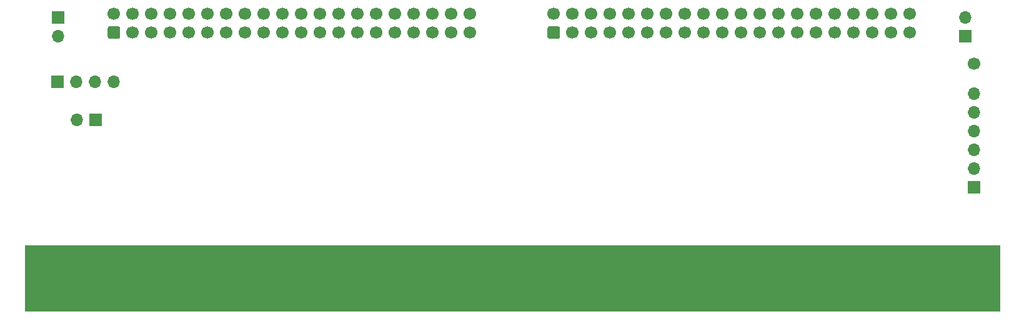
<source format=gbs>
G04 #@! TF.GenerationSoftware,KiCad,Pcbnew,9.0.1+1*
G04 #@! TF.CreationDate,2025-09-01T10:11:47+00:00*
G04 #@! TF.ProjectId,RIPPLE,52495050-4c45-42e6-9b69-6361645f7063,rev?*
G04 #@! TF.SameCoordinates,Original*
G04 #@! TF.FileFunction,Soldermask,Bot*
G04 #@! TF.FilePolarity,Negative*
%FSLAX46Y46*%
G04 Gerber Fmt 4.6, Leading zero omitted, Abs format (unit mm)*
G04 Created by KiCad (PCBNEW 9.0.1+1) date 2025-09-01 10:11:47*
%MOMM*%
%LPD*%
G01*
G04 APERTURE LIST*
%ADD10C,0.100000*%
%ADD11R,1.700000X1.700000*%
%ADD12O,1.700000X1.700000*%
%ADD13C,1.700000*%
%ADD14R,1.524000X6.754000*%
G04 APERTURE END LIST*
D10*
X130670000Y-1133555D02*
X-1410000Y-1133555D01*
X-1410000Y7756445D01*
X130670000Y7756445D01*
X130670000Y-1133555D01*
G36*
X130670000Y-1133555D02*
G01*
X-1410000Y-1133555D01*
X-1410000Y7756445D01*
X130670000Y7756445D01*
X130670000Y-1133555D01*
G37*
D11*
X8166372Y24774945D03*
D12*
X5626372Y24774945D03*
D11*
X2984772Y29925946D03*
D12*
X5524772Y29925946D03*
X8064772Y29925946D03*
X10604772Y29925946D03*
G36*
G01*
X11280972Y35785845D02*
X10080972Y35785845D01*
G75*
G02*
X9830972Y36035845I0J250000D01*
G01*
X9830972Y37235845D01*
G75*
G02*
X10080972Y37485845I250000J0D01*
G01*
X11280972Y37485845D01*
G75*
G02*
X11530972Y37235845I0J-250000D01*
G01*
X11530972Y36035845D01*
G75*
G02*
X11280972Y35785845I-250000J0D01*
G01*
G37*
D13*
X10680972Y39175845D03*
X13220972Y36635845D03*
X13220972Y39175845D03*
X15760972Y36635845D03*
X15760972Y39175845D03*
X18300972Y36635845D03*
X18300972Y39175845D03*
X20840972Y36635845D03*
X20840972Y39175845D03*
X23380972Y36635845D03*
X23380972Y39175845D03*
X25920972Y36635845D03*
X25920972Y39175845D03*
X28460972Y36635845D03*
X28460972Y39175845D03*
X31000972Y36635845D03*
X31000972Y39175845D03*
X33540972Y36635845D03*
X33540972Y39175845D03*
X36080972Y36635845D03*
X36080972Y39175845D03*
X38620972Y36635845D03*
X38620972Y39175845D03*
X41160972Y36635845D03*
X41160972Y39175845D03*
X43700972Y36635845D03*
X43700972Y39175845D03*
X46240972Y36635845D03*
X46240972Y39175845D03*
X48780972Y36635845D03*
X48780972Y39175845D03*
X51320972Y36635845D03*
X51320972Y39175845D03*
X53860972Y36635845D03*
X53860972Y39175845D03*
X56400972Y36635845D03*
X56400972Y39175845D03*
X58940972Y36635845D03*
X58940972Y39175845D03*
G36*
G01*
X70885800Y35785845D02*
X69685800Y35785845D01*
G75*
G02*
X69435800Y36035845I0J250000D01*
G01*
X69435800Y37235845D01*
G75*
G02*
X69685800Y37485845I250000J0D01*
G01*
X70885800Y37485845D01*
G75*
G02*
X71135800Y37235845I0J-250000D01*
G01*
X71135800Y36035845D01*
G75*
G02*
X70885800Y35785845I-250000J0D01*
G01*
G37*
X70285800Y39175845D03*
X72825800Y36635845D03*
X72825800Y39175845D03*
X75365800Y36635845D03*
X75365800Y39175845D03*
X77905800Y36635845D03*
X77905800Y39175845D03*
X80445800Y36635845D03*
X80445800Y39175845D03*
X82985800Y36635845D03*
X82985800Y39175845D03*
X85525800Y36635845D03*
X85525800Y39175845D03*
X88065800Y36635845D03*
X88065800Y39175845D03*
X90605800Y36635845D03*
X90605800Y39175845D03*
X93145800Y36635845D03*
X93145800Y39175845D03*
X95685800Y36635845D03*
X95685800Y39175845D03*
X98225800Y36635845D03*
X98225800Y39175845D03*
X100765800Y36635845D03*
X100765800Y39175845D03*
X103305800Y36635845D03*
X103305800Y39175845D03*
X105845800Y36635845D03*
X105845800Y39175845D03*
X108385800Y36635845D03*
X108385800Y39175845D03*
X110925800Y36635845D03*
X110925800Y39175845D03*
X113465800Y36635845D03*
X113465800Y39175845D03*
X116005800Y36635845D03*
X116005800Y39175845D03*
X118545800Y36635845D03*
X118545800Y39175845D03*
X127241572Y32445745D03*
D11*
X3111116Y38688946D03*
D12*
X3111116Y36148946D03*
D11*
X127241572Y15681745D03*
D12*
X127241572Y18221745D03*
X127241572Y20761745D03*
X127241572Y23301745D03*
X127241572Y25841745D03*
X127241572Y28381745D03*
D14*
X126860000Y4319445D03*
X124320000Y4319445D03*
X121780000Y4319445D03*
X119240000Y4319445D03*
X116700000Y4319445D03*
X114160000Y4319445D03*
X111620000Y4319445D03*
X109080000Y4319445D03*
X106540000Y4319445D03*
X104000000Y4319445D03*
X101460000Y4319445D03*
X98920000Y4319445D03*
X96380000Y4319445D03*
X93840000Y4319445D03*
X91300000Y4319445D03*
X88760000Y4319445D03*
X86220000Y4319445D03*
X83680000Y4319445D03*
X81140000Y4319445D03*
X78600000Y4319445D03*
X76060000Y4319445D03*
X73520000Y4319445D03*
X70980000Y4319445D03*
X68440000Y4319445D03*
X65900000Y4319445D03*
X63360000Y4319445D03*
X60820000Y4319445D03*
X58280000Y4319445D03*
X55740000Y4319445D03*
X53200000Y4319445D03*
X50660000Y4319445D03*
X48120000Y4319445D03*
X45580000Y4319445D03*
X43040000Y4319445D03*
X40500000Y4319445D03*
X37960000Y4319445D03*
X35420000Y4319445D03*
X32880000Y4319445D03*
X30340000Y4319445D03*
X27800000Y4319445D03*
X25260000Y4319445D03*
X22720000Y4319445D03*
X20180000Y4319445D03*
X17640000Y4319445D03*
X15100000Y4319445D03*
X12560000Y4319445D03*
X10020000Y4319445D03*
X7480000Y4319445D03*
X4940000Y4319445D03*
X2400000Y4319445D03*
D11*
X126034800Y36148946D03*
D12*
X126034800Y38688946D03*
M02*

</source>
